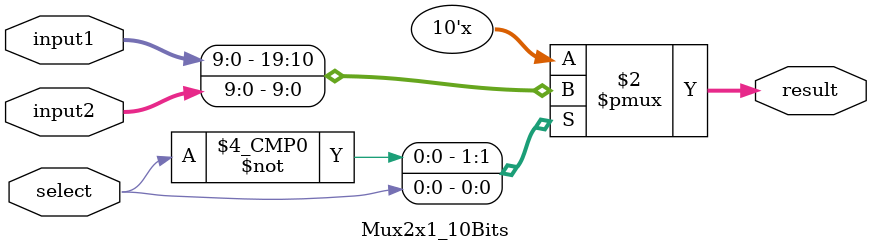
<source format=v>
module Mux2x1_10Bits(
    output reg [9:0] result,
    input [9:0] input1,
    input [9:0] input2,
    input select
);
always @(input1, input2, select) begin
    case(select)
        1'b0: begin 
			result = input1; 
		end
        1'b1: begin 
			result = input2;
		end
        default: result = 10'bx;
    endcase
end
endmodule

</source>
